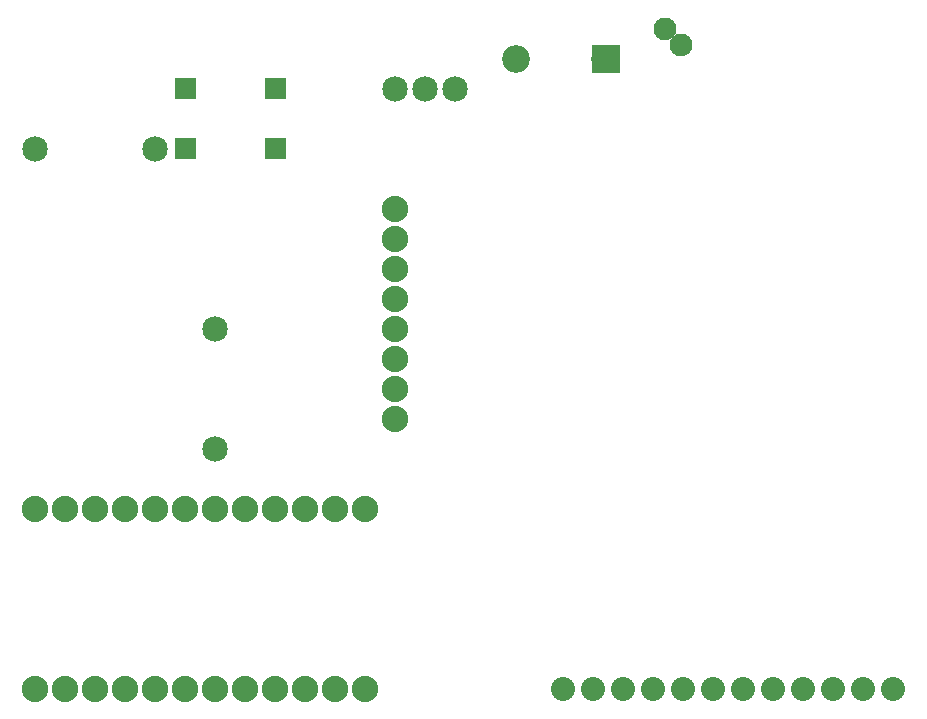
<source format=gts>
G04 MADE WITH FRITZING*
G04 WWW.FRITZING.ORG*
G04 DOUBLE SIDED*
G04 HOLES PLATED*
G04 CONTOUR ON CENTER OF CONTOUR VECTOR*
%ASAXBY*%
%FSLAX23Y23*%
%MOIN*%
%OFA0B0*%
%SFA1.0B1.0*%
%ADD10C,0.085000*%
%ADD11C,0.092000*%
%ADD12C,0.069370*%
%ADD13C,0.076000*%
%ADD14C,0.088000*%
%ADD15C,0.080000*%
%ADD16R,0.092000X0.092000*%
%ADD17R,0.001000X0.001000*%
%LNMASK1*%
G90*
G70*
G54D10*
X1607Y2066D03*
X1507Y2066D03*
X1407Y2066D03*
G54D11*
X2107Y2166D03*
X1809Y2166D03*
G54D10*
X807Y866D03*
X807Y1266D03*
X207Y1866D03*
X607Y1866D03*
G54D12*
X707Y2066D03*
X1007Y2066D03*
X707Y1866D03*
X1007Y1866D03*
X707Y2066D03*
X1007Y2066D03*
X707Y1866D03*
X1007Y1866D03*
G54D13*
X2307Y2266D03*
X2360Y2212D03*
X2307Y2266D03*
X2360Y2212D03*
G54D14*
X1407Y1666D03*
X1407Y1566D03*
X1407Y1466D03*
X1407Y1366D03*
X1407Y1266D03*
X1407Y1166D03*
X1407Y1066D03*
X1407Y966D03*
G54D15*
X3067Y66D03*
X2967Y66D03*
X2867Y66D03*
X2767Y66D03*
X2667Y66D03*
X2567Y66D03*
X2467Y66D03*
X2367Y66D03*
X2267Y66D03*
X2167Y66D03*
X2067Y66D03*
X1967Y66D03*
G54D14*
X207Y666D03*
X307Y666D03*
X407Y666D03*
X507Y666D03*
X607Y666D03*
X707Y666D03*
X807Y666D03*
X907Y666D03*
X1007Y666D03*
X1107Y666D03*
X1207Y666D03*
X1307Y666D03*
X207Y66D03*
X307Y66D03*
X407Y66D03*
X507Y66D03*
X607Y66D03*
X707Y66D03*
X807Y66D03*
X907Y66D03*
X1007Y66D03*
X1107Y66D03*
X1207Y66D03*
X1307Y66D03*
G54D16*
X2108Y2166D03*
G54D17*
X672Y2100D02*
X741Y2100D01*
X972Y2100D02*
X1041Y2100D01*
X672Y2099D02*
X741Y2099D01*
X972Y2099D02*
X1041Y2099D01*
X672Y2098D02*
X741Y2098D01*
X972Y2098D02*
X1041Y2098D01*
X672Y2097D02*
X741Y2097D01*
X972Y2097D02*
X1041Y2097D01*
X672Y2096D02*
X741Y2096D01*
X972Y2096D02*
X1041Y2096D01*
X672Y2095D02*
X741Y2095D01*
X972Y2095D02*
X1041Y2095D01*
X672Y2094D02*
X741Y2094D01*
X972Y2094D02*
X1041Y2094D01*
X672Y2093D02*
X741Y2093D01*
X972Y2093D02*
X1041Y2093D01*
X672Y2092D02*
X741Y2092D01*
X972Y2092D02*
X1041Y2092D01*
X672Y2091D02*
X741Y2091D01*
X972Y2091D02*
X1041Y2091D01*
X672Y2090D02*
X741Y2090D01*
X972Y2090D02*
X1041Y2090D01*
X672Y2089D02*
X741Y2089D01*
X972Y2089D02*
X1041Y2089D01*
X672Y2088D02*
X741Y2088D01*
X972Y2088D02*
X1041Y2088D01*
X672Y2087D02*
X741Y2087D01*
X972Y2087D02*
X1041Y2087D01*
X672Y2086D02*
X741Y2086D01*
X972Y2086D02*
X1041Y2086D01*
X672Y2085D02*
X741Y2085D01*
X972Y2085D02*
X1041Y2085D01*
X672Y2084D02*
X741Y2084D01*
X972Y2084D02*
X1041Y2084D01*
X672Y2083D02*
X741Y2083D01*
X972Y2083D02*
X1041Y2083D01*
X672Y2082D02*
X741Y2082D01*
X972Y2082D02*
X1041Y2082D01*
X672Y2081D02*
X741Y2081D01*
X972Y2081D02*
X1041Y2081D01*
X672Y2080D02*
X702Y2080D01*
X711Y2080D02*
X741Y2080D01*
X972Y2080D02*
X1002Y2080D01*
X1011Y2080D02*
X1041Y2080D01*
X672Y2079D02*
X699Y2079D01*
X714Y2079D02*
X741Y2079D01*
X972Y2079D02*
X999Y2079D01*
X1014Y2079D02*
X1041Y2079D01*
X672Y2078D02*
X698Y2078D01*
X716Y2078D02*
X741Y2078D01*
X972Y2078D02*
X998Y2078D01*
X1015Y2078D02*
X1041Y2078D01*
X672Y2077D02*
X697Y2077D01*
X717Y2077D02*
X741Y2077D01*
X972Y2077D02*
X996Y2077D01*
X1017Y2077D02*
X1041Y2077D01*
X672Y2076D02*
X695Y2076D01*
X718Y2076D02*
X741Y2076D01*
X972Y2076D02*
X995Y2076D01*
X1018Y2076D02*
X1041Y2076D01*
X672Y2075D02*
X695Y2075D01*
X719Y2075D02*
X741Y2075D01*
X972Y2075D02*
X995Y2075D01*
X1019Y2075D02*
X1041Y2075D01*
X672Y2074D02*
X694Y2074D01*
X719Y2074D02*
X741Y2074D01*
X972Y2074D02*
X994Y2074D01*
X1019Y2074D02*
X1041Y2074D01*
X672Y2073D02*
X693Y2073D01*
X720Y2073D02*
X741Y2073D01*
X972Y2073D02*
X993Y2073D01*
X1020Y2073D02*
X1041Y2073D01*
X672Y2072D02*
X693Y2072D01*
X721Y2072D02*
X741Y2072D01*
X972Y2072D02*
X993Y2072D01*
X1021Y2072D02*
X1041Y2072D01*
X672Y2071D02*
X692Y2071D01*
X721Y2071D02*
X741Y2071D01*
X972Y2071D02*
X992Y2071D01*
X1021Y2071D02*
X1041Y2071D01*
X672Y2070D02*
X692Y2070D01*
X721Y2070D02*
X741Y2070D01*
X972Y2070D02*
X992Y2070D01*
X1021Y2070D02*
X1041Y2070D01*
X672Y2069D02*
X692Y2069D01*
X722Y2069D02*
X741Y2069D01*
X972Y2069D02*
X992Y2069D01*
X1021Y2069D02*
X1041Y2069D01*
X672Y2068D02*
X692Y2068D01*
X722Y2068D02*
X741Y2068D01*
X972Y2068D02*
X992Y2068D01*
X1022Y2068D02*
X1041Y2068D01*
X672Y2067D02*
X692Y2067D01*
X722Y2067D02*
X741Y2067D01*
X972Y2067D02*
X991Y2067D01*
X1022Y2067D02*
X1041Y2067D01*
X672Y2066D02*
X691Y2066D01*
X722Y2066D02*
X741Y2066D01*
X972Y2066D02*
X991Y2066D01*
X1022Y2066D02*
X1041Y2066D01*
X672Y2065D02*
X692Y2065D01*
X722Y2065D02*
X741Y2065D01*
X972Y2065D02*
X991Y2065D01*
X1022Y2065D02*
X1041Y2065D01*
X672Y2064D02*
X692Y2064D01*
X722Y2064D02*
X741Y2064D01*
X972Y2064D02*
X992Y2064D01*
X1022Y2064D02*
X1041Y2064D01*
X672Y2063D02*
X692Y2063D01*
X722Y2063D02*
X741Y2063D01*
X972Y2063D02*
X992Y2063D01*
X1021Y2063D02*
X1041Y2063D01*
X672Y2062D02*
X692Y2062D01*
X721Y2062D02*
X741Y2062D01*
X972Y2062D02*
X992Y2062D01*
X1021Y2062D02*
X1041Y2062D01*
X672Y2061D02*
X692Y2061D01*
X721Y2061D02*
X741Y2061D01*
X972Y2061D02*
X992Y2061D01*
X1021Y2061D02*
X1041Y2061D01*
X672Y2060D02*
X693Y2060D01*
X721Y2060D02*
X741Y2060D01*
X972Y2060D02*
X993Y2060D01*
X1021Y2060D02*
X1041Y2060D01*
X672Y2059D02*
X693Y2059D01*
X720Y2059D02*
X741Y2059D01*
X972Y2059D02*
X993Y2059D01*
X1020Y2059D02*
X1041Y2059D01*
X672Y2058D02*
X694Y2058D01*
X720Y2058D02*
X741Y2058D01*
X972Y2058D02*
X994Y2058D01*
X1019Y2058D02*
X1041Y2058D01*
X672Y2057D02*
X695Y2057D01*
X719Y2057D02*
X741Y2057D01*
X972Y2057D02*
X994Y2057D01*
X1019Y2057D02*
X1041Y2057D01*
X672Y2056D02*
X695Y2056D01*
X718Y2056D02*
X741Y2056D01*
X972Y2056D02*
X995Y2056D01*
X1018Y2056D02*
X1041Y2056D01*
X672Y2055D02*
X696Y2055D01*
X717Y2055D02*
X741Y2055D01*
X972Y2055D02*
X996Y2055D01*
X1017Y2055D02*
X1041Y2055D01*
X672Y2054D02*
X698Y2054D01*
X716Y2054D02*
X741Y2054D01*
X972Y2054D02*
X998Y2054D01*
X1016Y2054D02*
X1041Y2054D01*
X672Y2053D02*
X699Y2053D01*
X714Y2053D02*
X741Y2053D01*
X972Y2053D02*
X999Y2053D01*
X1014Y2053D02*
X1041Y2053D01*
X672Y2052D02*
X701Y2052D01*
X712Y2052D02*
X741Y2052D01*
X972Y2052D02*
X1001Y2052D01*
X1012Y2052D02*
X1041Y2052D01*
X672Y2051D02*
X741Y2051D01*
X972Y2051D02*
X1041Y2051D01*
X672Y2050D02*
X741Y2050D01*
X972Y2050D02*
X1041Y2050D01*
X672Y2049D02*
X741Y2049D01*
X972Y2049D02*
X1041Y2049D01*
X672Y2048D02*
X741Y2048D01*
X972Y2048D02*
X1041Y2048D01*
X672Y2047D02*
X741Y2047D01*
X972Y2047D02*
X1041Y2047D01*
X672Y2046D02*
X741Y2046D01*
X972Y2046D02*
X1041Y2046D01*
X672Y2045D02*
X741Y2045D01*
X972Y2045D02*
X1041Y2045D01*
X672Y2044D02*
X741Y2044D01*
X972Y2044D02*
X1041Y2044D01*
X672Y2043D02*
X741Y2043D01*
X972Y2043D02*
X1041Y2043D01*
X672Y2042D02*
X741Y2042D01*
X972Y2042D02*
X1041Y2042D01*
X672Y2041D02*
X741Y2041D01*
X972Y2041D02*
X1041Y2041D01*
X672Y2040D02*
X741Y2040D01*
X972Y2040D02*
X1041Y2040D01*
X672Y2039D02*
X741Y2039D01*
X972Y2039D02*
X1041Y2039D01*
X672Y2038D02*
X741Y2038D01*
X972Y2038D02*
X1041Y2038D01*
X672Y2037D02*
X741Y2037D01*
X972Y2037D02*
X1041Y2037D01*
X672Y2036D02*
X741Y2036D01*
X972Y2036D02*
X1041Y2036D01*
X672Y2035D02*
X741Y2035D01*
X972Y2035D02*
X1041Y2035D01*
X672Y2034D02*
X741Y2034D01*
X972Y2034D02*
X1041Y2034D01*
X672Y2033D02*
X741Y2033D01*
X972Y2033D02*
X1041Y2033D01*
X672Y2032D02*
X741Y2032D01*
X972Y2032D02*
X1041Y2032D01*
X672Y1900D02*
X741Y1900D01*
X972Y1900D02*
X1041Y1900D01*
X672Y1899D02*
X741Y1899D01*
X972Y1899D02*
X1041Y1899D01*
X672Y1898D02*
X741Y1898D01*
X972Y1898D02*
X1041Y1898D01*
X672Y1897D02*
X741Y1897D01*
X972Y1897D02*
X1041Y1897D01*
X672Y1896D02*
X741Y1896D01*
X972Y1896D02*
X1041Y1896D01*
X672Y1895D02*
X741Y1895D01*
X972Y1895D02*
X1041Y1895D01*
X672Y1894D02*
X741Y1894D01*
X972Y1894D02*
X1041Y1894D01*
X672Y1893D02*
X741Y1893D01*
X972Y1893D02*
X1041Y1893D01*
X672Y1892D02*
X741Y1892D01*
X972Y1892D02*
X1041Y1892D01*
X672Y1891D02*
X741Y1891D01*
X972Y1891D02*
X1041Y1891D01*
X672Y1890D02*
X741Y1890D01*
X972Y1890D02*
X1041Y1890D01*
X672Y1889D02*
X741Y1889D01*
X972Y1889D02*
X1041Y1889D01*
X672Y1888D02*
X741Y1888D01*
X972Y1888D02*
X1041Y1888D01*
X672Y1887D02*
X741Y1887D01*
X972Y1887D02*
X1041Y1887D01*
X672Y1886D02*
X741Y1886D01*
X972Y1886D02*
X1041Y1886D01*
X672Y1885D02*
X741Y1885D01*
X972Y1885D02*
X1041Y1885D01*
X672Y1884D02*
X741Y1884D01*
X972Y1884D02*
X1041Y1884D01*
X672Y1883D02*
X741Y1883D01*
X972Y1883D02*
X1041Y1883D01*
X672Y1882D02*
X741Y1882D01*
X972Y1882D02*
X1041Y1882D01*
X672Y1881D02*
X741Y1881D01*
X972Y1881D02*
X1041Y1881D01*
X672Y1880D02*
X702Y1880D01*
X711Y1880D02*
X741Y1880D01*
X972Y1880D02*
X1002Y1880D01*
X1011Y1880D02*
X1041Y1880D01*
X672Y1879D02*
X699Y1879D01*
X714Y1879D02*
X741Y1879D01*
X972Y1879D02*
X999Y1879D01*
X1014Y1879D02*
X1041Y1879D01*
X672Y1878D02*
X698Y1878D01*
X716Y1878D02*
X741Y1878D01*
X972Y1878D02*
X998Y1878D01*
X1015Y1878D02*
X1041Y1878D01*
X672Y1877D02*
X697Y1877D01*
X717Y1877D02*
X741Y1877D01*
X972Y1877D02*
X996Y1877D01*
X1017Y1877D02*
X1041Y1877D01*
X672Y1876D02*
X695Y1876D01*
X718Y1876D02*
X741Y1876D01*
X972Y1876D02*
X995Y1876D01*
X1018Y1876D02*
X1041Y1876D01*
X672Y1875D02*
X695Y1875D01*
X719Y1875D02*
X741Y1875D01*
X972Y1875D02*
X995Y1875D01*
X1019Y1875D02*
X1041Y1875D01*
X672Y1874D02*
X694Y1874D01*
X719Y1874D02*
X741Y1874D01*
X972Y1874D02*
X994Y1874D01*
X1019Y1874D02*
X1041Y1874D01*
X672Y1873D02*
X693Y1873D01*
X720Y1873D02*
X741Y1873D01*
X972Y1873D02*
X993Y1873D01*
X1020Y1873D02*
X1041Y1873D01*
X672Y1872D02*
X693Y1872D01*
X721Y1872D02*
X741Y1872D01*
X972Y1872D02*
X993Y1872D01*
X1021Y1872D02*
X1041Y1872D01*
X672Y1871D02*
X692Y1871D01*
X721Y1871D02*
X741Y1871D01*
X972Y1871D02*
X992Y1871D01*
X1021Y1871D02*
X1041Y1871D01*
X672Y1870D02*
X692Y1870D01*
X721Y1870D02*
X741Y1870D01*
X972Y1870D02*
X992Y1870D01*
X1021Y1870D02*
X1041Y1870D01*
X672Y1869D02*
X692Y1869D01*
X722Y1869D02*
X741Y1869D01*
X972Y1869D02*
X992Y1869D01*
X1021Y1869D02*
X1041Y1869D01*
X672Y1868D02*
X692Y1868D01*
X722Y1868D02*
X741Y1868D01*
X972Y1868D02*
X992Y1868D01*
X1022Y1868D02*
X1041Y1868D01*
X672Y1867D02*
X692Y1867D01*
X722Y1867D02*
X741Y1867D01*
X972Y1867D02*
X991Y1867D01*
X1022Y1867D02*
X1041Y1867D01*
X672Y1866D02*
X691Y1866D01*
X722Y1866D02*
X741Y1866D01*
X972Y1866D02*
X991Y1866D01*
X1022Y1866D02*
X1041Y1866D01*
X672Y1865D02*
X692Y1865D01*
X722Y1865D02*
X741Y1865D01*
X972Y1865D02*
X991Y1865D01*
X1022Y1865D02*
X1041Y1865D01*
X672Y1864D02*
X692Y1864D01*
X722Y1864D02*
X741Y1864D01*
X972Y1864D02*
X992Y1864D01*
X1022Y1864D02*
X1041Y1864D01*
X672Y1863D02*
X692Y1863D01*
X722Y1863D02*
X741Y1863D01*
X972Y1863D02*
X992Y1863D01*
X1021Y1863D02*
X1041Y1863D01*
X672Y1862D02*
X692Y1862D01*
X721Y1862D02*
X741Y1862D01*
X972Y1862D02*
X992Y1862D01*
X1021Y1862D02*
X1041Y1862D01*
X672Y1861D02*
X692Y1861D01*
X721Y1861D02*
X741Y1861D01*
X972Y1861D02*
X992Y1861D01*
X1021Y1861D02*
X1041Y1861D01*
X672Y1860D02*
X693Y1860D01*
X721Y1860D02*
X741Y1860D01*
X972Y1860D02*
X993Y1860D01*
X1021Y1860D02*
X1041Y1860D01*
X672Y1859D02*
X693Y1859D01*
X720Y1859D02*
X741Y1859D01*
X972Y1859D02*
X993Y1859D01*
X1020Y1859D02*
X1041Y1859D01*
X672Y1858D02*
X694Y1858D01*
X719Y1858D02*
X741Y1858D01*
X972Y1858D02*
X994Y1858D01*
X1019Y1858D02*
X1041Y1858D01*
X672Y1857D02*
X695Y1857D01*
X719Y1857D02*
X741Y1857D01*
X972Y1857D02*
X994Y1857D01*
X1019Y1857D02*
X1041Y1857D01*
X672Y1856D02*
X695Y1856D01*
X718Y1856D02*
X741Y1856D01*
X972Y1856D02*
X995Y1856D01*
X1018Y1856D02*
X1041Y1856D01*
X672Y1855D02*
X696Y1855D01*
X717Y1855D02*
X741Y1855D01*
X972Y1855D02*
X996Y1855D01*
X1017Y1855D02*
X1041Y1855D01*
X672Y1854D02*
X698Y1854D01*
X716Y1854D02*
X741Y1854D01*
X972Y1854D02*
X998Y1854D01*
X1016Y1854D02*
X1041Y1854D01*
X672Y1853D02*
X699Y1853D01*
X714Y1853D02*
X741Y1853D01*
X972Y1853D02*
X999Y1853D01*
X1014Y1853D02*
X1041Y1853D01*
X672Y1852D02*
X702Y1852D01*
X712Y1852D02*
X741Y1852D01*
X972Y1852D02*
X1001Y1852D01*
X1012Y1852D02*
X1041Y1852D01*
X672Y1851D02*
X741Y1851D01*
X972Y1851D02*
X1041Y1851D01*
X672Y1850D02*
X741Y1850D01*
X972Y1850D02*
X1041Y1850D01*
X672Y1849D02*
X741Y1849D01*
X972Y1849D02*
X1041Y1849D01*
X672Y1848D02*
X741Y1848D01*
X972Y1848D02*
X1041Y1848D01*
X672Y1847D02*
X741Y1847D01*
X972Y1847D02*
X1041Y1847D01*
X672Y1846D02*
X741Y1846D01*
X972Y1846D02*
X1041Y1846D01*
X672Y1845D02*
X741Y1845D01*
X972Y1845D02*
X1041Y1845D01*
X672Y1844D02*
X741Y1844D01*
X972Y1844D02*
X1041Y1844D01*
X672Y1843D02*
X741Y1843D01*
X972Y1843D02*
X1041Y1843D01*
X672Y1842D02*
X741Y1842D01*
X972Y1842D02*
X1041Y1842D01*
X672Y1841D02*
X741Y1841D01*
X972Y1841D02*
X1041Y1841D01*
X672Y1840D02*
X741Y1840D01*
X972Y1840D02*
X1041Y1840D01*
X672Y1839D02*
X741Y1839D01*
X972Y1839D02*
X1041Y1839D01*
X672Y1838D02*
X741Y1838D01*
X972Y1838D02*
X1041Y1838D01*
X672Y1837D02*
X741Y1837D01*
X972Y1837D02*
X1041Y1837D01*
X672Y1836D02*
X741Y1836D01*
X972Y1836D02*
X1041Y1836D01*
X672Y1835D02*
X741Y1835D01*
X972Y1835D02*
X1041Y1835D01*
X672Y1834D02*
X741Y1834D01*
X972Y1834D02*
X1041Y1834D01*
X672Y1833D02*
X741Y1833D01*
X972Y1833D02*
X1041Y1833D01*
X672Y1832D02*
X741Y1832D01*
X972Y1832D02*
X1041Y1832D01*
D02*
G04 End of Mask1*
M02*
</source>
